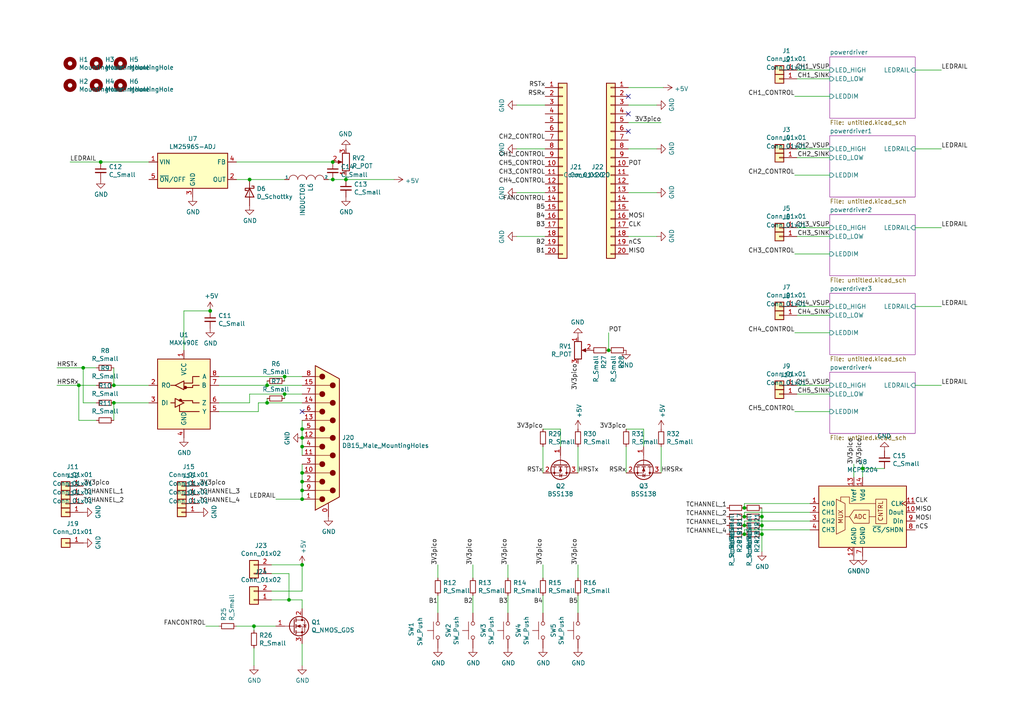
<source format=kicad_sch>
(kicad_sch (version 20201015) (generator eeschema)
  (paper "A4")
  (lib_symbols
    (symbol "Analog_ADC:MCP3204" (pin_names (offset 0.762))
      (property "Reference" "U" (at -5.08 10.795 0))
      (property "Value" "MCP3204" (at -5.08 8.89 0))
      (symbol "MCP3204_0_0"
        (text "ADC" (at -0.635 -1.27 0) (effects (font (size 1.27 1.27))))
        (text "CNTRL" (at 5.969 -2.667 900) (effects (font (size 1.27 1.27)) (justify left bottom)))
        (text "MUX" (at -6.35 -1.27 900) (effects (font (size 1.27 1.27))))
      )
      (symbol "MCP3204_1_1"
        (pin input line (at -15.24 2.54 0) (length 2.54) (name "CH0") (number "1"))
        (pin output line (at 15.24 0 180) (length 2.54) (name "Dout") (number "10"))
        (pin input clock (at 15.24 2.54 180) (length 2.54) (name "CLK") (number "11"))
        (pin power_in line (at -2.54 -12.7 90) (length 2.54) (name "AGND") (number "12"))
        (pin power_in line (at -2.54 10.16 270) (length 2.54) (name "Vref") (number "13"))
        (pin power_in line (at 0 10.16 270) (length 2.54) (name "Vdd") (number "14"))
        (pin input line (at -15.24 0 0) (length 2.54) (name "CH1") (number "2"))
        (pin input line (at -15.24 -2.54 0) (length 2.54) (name "CH2") (number "3"))
        (pin input line (at -15.24 -5.08 0) (length 2.54) (name "CH3") (number "4"))
        (pin unconnected line (at -10.16 -12.7 90) (length 2.54) hide (name "NC") (number "5"))
        (pin unconnected line (at -7.62 -12.7 90) (length 2.54) hide (name "NC") (number "6"))
        (pin power_in line (at 0 -12.7 90) (length 2.54) (name "DGND") (number "7"))
        (pin input line (at 15.24 -5.08 180) (length 2.54) (name "~CS~/SHDN") (number "8"))
        (pin input line (at 15.24 -2.54 180) (length 2.54) (name "Din") (number "9"))
      )
    )
    (symbol "Connector:DB15_Male_MountingHoles" (pin_names (offset 1.016) hide)
      (property "Reference" "J" (at 0 24.13 0))
      (property "Value" "DB15_Male_MountingHoles" (at 0 22.225 0))
      (symbol "DB15_Male_MountingHoles_1_1"
        (pin passive line (at 0 -22.86 90) (length 3.81) (name "PAD") (number "0"))
        (pin passive line (at -7.62 -17.78 0) (length 3.81) (name "1") (number "1"))
        (pin passive line (at -7.62 -10.16 0) (length 3.81) (name "P10") (number "10"))
        (pin passive line (at -7.62 -5.08 0) (length 3.81) (name "P111") (number "11"))
        (pin passive line (at -7.62 0 0) (length 3.81) (name "P12") (number "12"))
        (pin passive line (at -7.62 5.08 0) (length 3.81) (name "P13") (number "13"))
        (pin passive line (at -7.62 10.16 0) (length 3.81) (name "P14") (number "14"))
        (pin passive line (at -7.62 15.24 0) (length 3.81) (name "P15") (number "15"))
        (pin passive line (at -7.62 -12.7 0) (length 3.81) (name "2") (number "2"))
        (pin passive line (at -7.62 -7.62 0) (length 3.81) (name "3") (number "3"))
        (pin passive line (at -7.62 -2.54 0) (length 3.81) (name "4") (number "4"))
        (pin passive line (at -7.62 2.54 0) (length 3.81) (name "5") (number "5"))
        (pin passive line (at -7.62 7.62 0) (length 3.81) (name "6") (number "6"))
        (pin passive line (at -7.62 12.7 0) (length 3.81) (name "7") (number "7"))
        (pin passive line (at -7.62 17.78 0) (length 3.81) (name "8") (number "8"))
        (pin passive line (at -7.62 -15.24 0) (length 3.81) (name "P9") (number "9"))
      )
    )
    (symbol "Connector_Generic:Conn_01x01" (pin_names (offset 1.016) hide)
      (property "Reference" "J" (at 0 2.54 0))
      (property "Value" "Conn_01x01" (at 0 -2.54 0))
      (symbol "Conn_01x01_1_1"
        (pin passive line (at -5.08 0 0) (length 3.81) (name "Pin_1") (number "1"))
      )
    )
    (symbol "Connector_Generic:Conn_01x02" (pin_names (offset 1.016) hide)
      (property "Reference" "J" (at 0 2.54 0))
      (property "Value" "Conn_01x02" (at 0 -5.08 0))
      (symbol "Conn_01x02_1_1"
        (pin passive line (at -5.08 0 0) (length 3.81) (name "Pin_1") (number "1"))
        (pin passive line (at -5.08 -2.54 0) (length 3.81) (name "Pin_2") (number "2"))
      )
    )
    (symbol "Connector_Generic:Conn_01x20" (pin_names (offset 1.016) hide)
      (property "Reference" "J" (at 0 25.4 0))
      (property "Value" "Conn_01x20" (at 0 -27.94 0))
      (symbol "Conn_01x20_1_1"
        (pin passive line (at -5.08 22.86 0) (length 3.81) (name "Pin_1") (number "1"))
        (pin passive line (at -5.08 0 0) (length 3.81) (name "Pin_10") (number "10"))
        (pin passive line (at -5.08 -2.54 0) (length 3.81) (name "Pin_11") (number "11"))
        (pin passive line (at -5.08 -5.08 0) (length 3.81) (name "Pin_12") (number "12"))
        (pin passive line (at -5.08 -7.62 0) (length 3.81) (name "Pin_13") (number "13"))
        (pin passive line (at -5.08 -10.16 0) (length 3.81) (name "Pin_14") (number "14"))
        (pin passive line (at -5.08 -12.7 0) (length 3.81) (name "Pin_15") (number "15"))
        (pin passive line (at -5.08 -15.24 0) (length 3.81) (name "Pin_16") (number "16"))
        (pin passive line (at -5.08 -17.78 0) (length 3.81) (name "Pin_17") (number "17"))
        (pin passive line (at -5.08 -20.32 0) (length 3.81) (name "Pin_18") (number "18"))
        (pin passive line (at -5.08 -22.86 0) (length 3.81) (name "Pin_19") (number "19"))
        (pin passive line (at -5.08 20.32 0) (length 3.81) (name "Pin_2") (number "2"))
        (pin passive line (at -5.08 -25.4 0) (length 3.81) (name "Pin_20") (number "20"))
        (pin passive line (at -5.08 17.78 0) (length 3.81) (name "Pin_3") (number "3"))
        (pin passive line (at -5.08 15.24 0) (length 3.81) (name "Pin_4") (number "4"))
        (pin passive line (at -5.08 12.7 0) (length 3.81) (name "Pin_5") (number "5"))
        (pin passive line (at -5.08 10.16 0) (length 3.81) (name "Pin_6") (number "6"))
        (pin passive line (at -5.08 7.62 0) (length 3.81) (name "Pin_7") (number "7"))
        (pin passive line (at -5.08 5.08 0) (length 3.81) (name "Pin_8") (number "8"))
        (pin passive line (at -5.08 2.54 0) (length 3.81) (name "Pin_9") (number "9"))
      )
    )
    (symbol "Device:C_Small" (pin_numbers hide) (pin_names (offset 0.254) hide)
      (property "Reference" "C" (at 0.254 1.778 0))
      (property "Value" "C_Small" (at 0.254 -2.032 0))
      (symbol "C_Small_1_1"
        (pin passive line (at 0 2.54 270) (length 2.032) (name "~") (number "1"))
        (pin passive line (at 0 -2.54 90) (length 2.032) (name "~") (number "2"))
      )
    )
    (symbol "Device:D_Schottky" (pin_numbers hide) (pin_names (offset 1.016) hide)
      (property "Reference" "D" (at 0 2.54 0))
      (property "Value" "D_Schottky" (at 0 -2.54 0))
      (symbol "D_Schottky_1_1"
        (pin passive line (at -3.81 0 0) (length 2.54) (name "K") (number "1"))
        (pin passive line (at 3.81 0 180) (length 2.54) (name "A") (number "2"))
      )
    )
    (symbol "Device:Q_NMOS_GDS" (pin_names (offset 0) hide)
      (property "Reference" "Q" (at 5.08 1.27 0))
      (property "Value" "Q_NMOS_GDS" (at 5.08 -1.27 0))
      (symbol "Q_NMOS_GDS_1_1"
        (pin input line (at -5.08 0 0) (length 2.54) (name "G") (number "1"))
        (pin passive line (at 2.54 5.08 270) (length 2.54) (name "D") (number "2"))
        (pin passive line (at 2.54 -5.08 90) (length 2.54) (name "S") (number "3"))
      )
    )
    (symbol "Device:R_POT" (pin_names (offset 1.016) hide)
      (property "Reference" "RV" (at -4.445 0 90))
      (property "Value" "R_POT" (at -2.54 0 90))
      (symbol "R_POT_1_1"
        (pin passive line (at 0 3.81 270) (length 1.27) (name "1") (number "1"))
        (pin passive line (at 3.81 0 180) (length 1.27) (name "2") (number "2"))
        (pin passive line (at 0 -3.81 90) (length 1.27) (name "3") (number "3"))
      )
    )
    (symbol "Device:R_Small" (pin_numbers hide) (pin_names (offset 0.254) hide)
      (property "Reference" "R" (at 0.762 0.508 0))
      (property "Value" "R_Small" (at 0.762 -1.016 0))
      (symbol "R_Small_1_1"
        (pin passive line (at 0 2.54 270) (length 0.762) (name "~") (number "1"))
        (pin passive line (at 0 -2.54 90) (length 0.762) (name "~") (number "2"))
      )
    )
    (symbol "Interface_UART:MAX490E" (pin_names (offset 1.016))
      (property "Reference" "U" (at -6.096 11.43 0))
      (property "Value" "MAX490E" (at 0.762 11.43 0))
      (symbol "MAX490E_1_1"
        (pin power_in line (at 0 12.7 270) (length 2.54) (name "VCC") (number "1"))
        (pin output line (at -10.16 2.54 0) (length 2.54) (name "RO") (number "2"))
        (pin input line (at -10.16 -2.54 0) (length 2.54) (name "DI") (number "3"))
        (pin power_in line (at 0 -12.7 90) (length 2.54) (name "GND") (number "4"))
        (pin output line (at 10.16 -5.08 180) (length 2.54) (name "Y") (number "5"))
        (pin output line (at 10.16 -2.54 180) (length 2.54) (name "Z") (number "6"))
        (pin input line (at 10.16 2.54 180) (length 2.54) (name "B") (number "7"))
        (pin input line (at 10.16 5.08 180) (length 2.54) (name "A") (number "8"))
      )
    )
    (symbol "Mechanical:MountingHole" (pin_names (offset 1.016))
      (property "Reference" "H" (at 0 5.08 0))
      (property "Value" "MountingHole" (at 0 3.175 0))
    )
    (symbol "Regulator_Switching:LM2596S-ADJ"
      (property "Reference" "U" (at -10.16 6.35 0))
      (property "Value" "LM2596S-ADJ" (at 0 6.35 0))
      (symbol "LM2596S-ADJ_1_1"
        (pin power_in line (at -12.7 2.54 0) (length 2.54) (name "VIN") (number "1"))
        (pin output line (at 12.7 -2.54 180) (length 2.54) (name "OUT") (number "2"))
        (pin power_in line (at 0 -7.62 90) (length 2.54) (name "GND") (number "3"))
        (pin input line (at 12.7 2.54 180) (length 2.54) (name "FB") (number "4"))
        (pin input line (at -12.7 -2.54 0) (length 2.54) (name "~ON~/OFF") (number "5"))
      )
    )
    (symbol "Switch:SW_Push" (pin_numbers hide) (pin_names (offset 1.016) hide)
      (property "Reference" "SW" (at 1.27 2.54 0))
      (property "Value" "SW_Push" (at 0 -1.524 0))
      (symbol "SW_Push_0_1"
        (pin passive line (at -5.08 0 0) (length 2.54) (name "1") (number "1"))
        (pin passive line (at 5.08 0 180) (length 2.54) (name "2") (number "2"))
      )
    )
    (symbol "Transistor_FET:BSS138" (pin_names hide)
      (property "Reference" "Q" (at 5.08 1.905 0))
      (property "Value" "BSS138" (at 5.08 0 0))
      (symbol "BSS138_1_1"
        (pin input line (at -5.08 0 0) (length 2.54) (name "G") (number "1"))
        (pin passive line (at 2.54 -5.08 90) (length 2.54) (name "S") (number "2"))
        (pin passive line (at 2.54 5.08 270) (length 2.54) (name "D") (number "3"))
      )
    )
    (symbol "power:+5V" (power) (pin_names (offset 0))
      (property "Value" "+5V" (at 0 3.556 0))
      (symbol "+5V_1_1"
        (pin power_in line (at 0 0 90) (length 0) hide (name "+5V") (number "1"))
      )
    )
    (symbol "power:GND" (power) (pin_names (offset 0))
      (property "Value" "GND" (at 0 -3.81 0))
      (symbol "GND_1_1"
        (pin power_in line (at 0 0 270) (length 0) hide (name "GND") (number "1"))
      )
    )
    (symbol "pspice:INDUCTOR" (pin_numbers hide) (pin_names (offset 0))
      (property "Reference" "L" (at 0 2.54 0))
      (property "Value" "INDUCTOR" (at 0 -1.27 0))
      (symbol "INDUCTOR_1_1"
        (pin input line (at -6.35 0 0) (length 1.27) (name "1") (number "1"))
        (pin input line (at 6.35 0 180) (length 1.27) (name "2") (number "2"))
      )
    )
  )
  (junction (at 22.86 111.76) (diameter 0.9144))
  (junction (at 24.13 106.68) (diameter 0.9144))
  (junction (at 29.21 46.99) (diameter 0.9144))
  (junction (at 33.02 111.76) (diameter 0.9144))
  (junction (at 33.02 116.84) (diameter 0.9144))
  (junction (at 60.96 90.17) (diameter 0.9144))
  (junction (at 72.39 52.07) (diameter 0.9144))
  (junction (at 73.66 181.61) (diameter 0.9144))
  (junction (at 77.47 111.76) (diameter 0.9144))
  (junction (at 77.47 116.84) (diameter 0.9144))
  (junction (at 82.55 109.22) (diameter 0.9144))
  (junction (at 82.55 114.3) (diameter 0.9144))
  (junction (at 83.82 173.99) (diameter 0.9144))
  (junction (at 87.63 124.46) (diameter 0.9144))
  (junction (at 87.63 127) (diameter 0.9144))
  (junction (at 87.63 129.54) (diameter 0.9144))
  (junction (at 87.63 137.16) (diameter 0.9144))
  (junction (at 87.63 139.7) (diameter 0.9144))
  (junction (at 87.63 142.24) (diameter 0.9144))
  (junction (at 87.63 144.78) (diameter 0.9144))
  (junction (at 87.63 163.83) (diameter 0.9144))
  (junction (at 96.52 46.99) (diameter 0.9144))
  (junction (at 96.52 52.07) (diameter 0.9144))
  (junction (at 100.33 52.07) (diameter 0.9144))
  (junction (at 176.53 101.6) (diameter 0.9144))
  (junction (at 215.9 147.32) (diameter 0.9144))
  (junction (at 215.9 149.86) (diameter 0.9144))
  (junction (at 215.9 152.4) (diameter 0.9144))
  (junction (at 215.9 154.94) (diameter 0.9144))
  (junction (at 220.98 149.86) (diameter 0.9144))
  (junction (at 220.98 152.4) (diameter 0.9144))
  (junction (at 220.98 154.94) (diameter 0.9144))
  (junction (at 250.19 135.89) (diameter 0.9144))
  (no_connect (at 182.245 38.1))
  (no_connect (at 182.245 27.94))
  (no_connect (at 182.245 33.02))
  (no_connect (at 87.63 119.38))
  (wire (pts (xy 16.51 106.68) (xy 24.13 106.68)))
  (wire (pts (xy 16.51 111.76) (xy 22.86 111.76)))
  (wire (pts (xy 20.32 46.99) (xy 29.21 46.99)))
  (wire (pts (xy 22.86 111.76) (xy 22.86 121.92)))
  (wire (pts (xy 22.86 121.92) (xy 27.94 121.92)))
  (wire (pts (xy 24.13 106.68) (xy 27.94 106.68)))
  (wire (pts (xy 24.13 116.84) (xy 24.13 106.68)))
  (wire (pts (xy 27.94 111.76) (xy 22.86 111.76)))
  (wire (pts (xy 27.94 116.84) (xy 24.13 116.84)))
  (wire (pts (xy 29.21 46.99) (xy 43.18 46.99)))
  (wire (pts (xy 33.02 111.76) (xy 33.02 106.68)))
  (wire (pts (xy 33.02 116.84) (xy 33.02 121.92)))
  (wire (pts (xy 43.18 111.76) (xy 33.02 111.76)))
  (wire (pts (xy 43.18 116.84) (xy 33.02 116.84)))
  (wire (pts (xy 53.34 90.17) (xy 53.34 101.6)))
  (wire (pts (xy 53.34 90.17) (xy 60.96 90.17)))
  (wire (pts (xy 59.69 181.61) (xy 63.5 181.61)))
  (wire (pts (xy 63.5 109.22) (xy 82.55 109.22)))
  (wire (pts (xy 63.5 111.76) (xy 77.47 111.76)))
  (wire (pts (xy 63.5 119.38) (xy 74.93 119.38)))
  (wire (pts (xy 68.58 46.99) (xy 96.52 46.99)))
  (wire (pts (xy 68.58 52.07) (xy 72.39 52.07)))
  (wire (pts (xy 68.58 181.61) (xy 73.66 181.61)))
  (wire (pts (xy 72.39 52.07) (xy 82.55 52.07)))
  (wire (pts (xy 72.39 114.3) (xy 72.39 116.84)))
  (wire (pts (xy 72.39 116.84) (xy 63.5 116.84)))
  (wire (pts (xy 73.66 181.61) (xy 73.66 182.88)))
  (wire (pts (xy 73.66 181.61) (xy 80.01 181.61)))
  (wire (pts (xy 73.66 187.96) (xy 73.66 193.04)))
  (wire (pts (xy 74.93 116.84) (xy 77.47 116.84)))
  (wire (pts (xy 74.93 119.38) (xy 74.93 116.84)))
  (wire (pts (xy 77.47 110.49) (xy 77.47 111.76)))
  (wire (pts (xy 77.47 111.76) (xy 87.63 111.76)))
  (wire (pts (xy 77.47 115.57) (xy 77.47 116.84)))
  (wire (pts (xy 77.47 116.84) (xy 87.63 116.84)))
  (wire (pts (xy 78.74 163.83) (xy 87.63 163.83)))
  (wire (pts (xy 78.74 166.37) (xy 83.82 166.37)))
  (wire (pts (xy 80.01 144.78) (xy 87.63 144.78)))
  (wire (pts (xy 82.55 109.22) (xy 82.55 110.49)))
  (wire (pts (xy 82.55 109.22) (xy 87.63 109.22)))
  (wire (pts (xy 82.55 114.3) (xy 72.39 114.3)))
  (wire (pts (xy 82.55 114.3) (xy 82.55 115.57)))
  (wire (pts (xy 83.82 166.37) (xy 83.82 173.99)))
  (wire (pts (xy 83.82 173.99) (xy 78.74 173.99)))
  (wire (pts (xy 83.82 173.99) (xy 87.63 173.99)))
  (wire (pts (xy 87.63 114.3) (xy 82.55 114.3)))
  (wire (pts (xy 87.63 121.92) (xy 87.63 124.46)))
  (wire (pts (xy 87.63 124.46) (xy 87.63 127)))
  (wire (pts (xy 87.63 127) (xy 87.63 129.54)))
  (wire (pts (xy 87.63 129.54) (xy 87.63 132.08)))
  (wire (pts (xy 87.63 134.62) (xy 87.63 137.16)))
  (wire (pts (xy 87.63 137.16) (xy 87.63 139.7)))
  (wire (pts (xy 87.63 139.7) (xy 87.63 142.24)))
  (wire (pts (xy 87.63 142.24) (xy 87.63 144.78)))
  (wire (pts (xy 87.63 163.83) (xy 87.63 171.45)))
  (wire (pts (xy 87.63 171.45) (xy 78.74 171.45)))
  (wire (pts (xy 87.63 173.99) (xy 87.63 176.53)))
  (wire (pts (xy 87.63 186.69) (xy 87.63 193.04)))
  (wire (pts (xy 95.25 52.07) (xy 96.52 52.07)))
  (wire (pts (xy 96.52 52.07) (xy 100.33 52.07)))
  (wire (pts (xy 100.33 50.8) (xy 100.33 52.07)))
  (wire (pts (xy 100.33 52.07) (xy 114.3 52.07)))
  (wire (pts (xy 127 163.83) (xy 127 167.64)))
  (wire (pts (xy 127 172.72) (xy 127 177.8)))
  (wire (pts (xy 137.16 163.83) (xy 137.16 167.64)))
  (wire (pts (xy 137.16 172.72) (xy 137.16 177.8)))
  (wire (pts (xy 147.32 163.83) (xy 147.32 167.64)))
  (wire (pts (xy 147.32 172.72) (xy 147.32 177.8)))
  (wire (pts (xy 149.86 30.48) (xy 158.115 30.48)))
  (wire (pts (xy 149.86 43.18) (xy 158.115 43.18)))
  (wire (pts (xy 149.86 55.88) (xy 158.115 55.88)))
  (wire (pts (xy 149.86 68.58) (xy 158.115 68.58)))
  (wire (pts (xy 157.48 124.46) (xy 162.56 124.46)))
  (wire (pts (xy 157.48 129.54) (xy 157.48 137.16)))
  (wire (pts (xy 157.48 163.83) (xy 157.48 167.64)))
  (wire (pts (xy 157.48 172.72) (xy 157.48 177.8)))
  (wire (pts (xy 162.56 129.54) (xy 162.56 124.46)))
  (wire (pts (xy 167.64 129.54) (xy 167.64 137.16)))
  (wire (pts (xy 167.64 163.83) (xy 167.64 167.64)))
  (wire (pts (xy 167.64 172.72) (xy 167.64 177.8)))
  (wire (pts (xy 176.53 96.52) (xy 176.53 101.6)))
  (wire (pts (xy 181.61 124.46) (xy 186.69 124.46)))
  (wire (pts (xy 181.61 129.54) (xy 181.61 137.16)))
  (wire (pts (xy 182.245 25.4) (xy 192.405 25.4)))
  (wire (pts (xy 182.245 35.56) (xy 191.77 35.56)))
  (wire (pts (xy 186.69 124.46) (xy 186.69 129.54)))
  (wire (pts (xy 190.5 30.48) (xy 182.245 30.48)))
  (wire (pts (xy 190.5 43.18) (xy 182.245 43.18)))
  (wire (pts (xy 190.5 55.88) (xy 182.245 55.88)))
  (wire (pts (xy 190.5 68.58) (xy 182.245 68.58)))
  (wire (pts (xy 191.77 129.54) (xy 191.77 137.16)))
  (wire (pts (xy 215.9 146.05) (xy 215.9 147.32)))
  (wire (pts (xy 215.9 148.59) (xy 215.9 149.86)))
  (wire (pts (xy 215.9 151.13) (xy 234.95 151.13)))
  (wire (pts (xy 215.9 152.4) (xy 215.9 151.13)))
  (wire (pts (xy 215.9 153.67) (xy 215.9 154.94)))
  (wire (pts (xy 220.98 147.32) (xy 220.98 149.86)))
  (wire (pts (xy 220.98 149.86) (xy 220.98 152.4)))
  (wire (pts (xy 220.98 152.4) (xy 220.98 154.94)))
  (wire (pts (xy 220.98 154.94) (xy 220.98 160.02)))
  (wire (pts (xy 230.505 27.94) (xy 240.665 27.94)))
  (wire (pts (xy 230.505 50.8) (xy 240.665 50.8)))
  (wire (pts (xy 230.505 73.66) (xy 240.665 73.66)))
  (wire (pts (xy 230.505 96.52) (xy 240.665 96.52)))
  (wire (pts (xy 230.505 119.38) (xy 240.665 119.38)))
  (wire (pts (xy 231.14 20.32) (xy 240.665 20.32)))
  (wire (pts (xy 231.14 22.86) (xy 240.665 22.86)))
  (wire (pts (xy 231.14 43.18) (xy 240.665 43.18)))
  (wire (pts (xy 231.14 45.72) (xy 240.665 45.72)))
  (wire (pts (xy 231.14 66.04) (xy 240.665 66.04)))
  (wire (pts (xy 231.14 68.58) (xy 240.665 68.58)))
  (wire (pts (xy 231.14 88.9) (xy 240.665 88.9)))
  (wire (pts (xy 231.14 91.44) (xy 240.665 91.44)))
  (wire (pts (xy 231.14 111.76) (xy 240.665 111.76)))
  (wire (pts (xy 231.14 114.3) (xy 240.665 114.3)))
  (wire (pts (xy 234.95 146.05) (xy 215.9 146.05)))
  (wire (pts (xy 234.95 148.59) (xy 215.9 148.59)))
  (wire (pts (xy 234.95 153.67) (xy 215.9 153.67)))
  (wire (pts (xy 247.65 134.62) (xy 247.65 138.43)))
  (wire (pts (xy 250.19 134.62) (xy 250.19 135.89)))
  (wire (pts (xy 250.19 135.89) (xy 250.19 138.43)))
  (wire (pts (xy 250.19 135.89) (xy 256.54 135.89)))
  (wire (pts (xy 273.05 20.32) (xy 265.43 20.32)))
  (wire (pts (xy 273.05 43.18) (xy 265.43 43.18)))
  (wire (pts (xy 273.05 66.04) (xy 265.43 66.04)))
  (wire (pts (xy 273.05 88.9) (xy 265.43 88.9)))
  (wire (pts (xy 273.05 111.76) (xy 265.43 111.76)))
  (label "HRSTx" (at 16.51 106.68 0))
  (label "HRSRx" (at 16.51 111.76 0))
  (label "LEDRAIL" (at 20.32 46.99 0))
  (label "3V3pico" (at 24.13 140.97 0))
  (label "TCHANNEL_1" (at 24.13 143.51 0))
  (label "TCHANNEL_2" (at 24.13 146.05 0))
  (label "3V3pico" (at 57.785 140.97 0))
  (label "TCHANNEL_3" (at 57.785 143.51 0))
  (label "TCHANNEL_4" (at 57.785 146.05 0))
  (label "FANCONTROL" (at 59.69 181.61 180))
  (label "LEDRAIL" (at 80.01 144.78 180))
  (label "3V3pico" (at 127 163.83 90))
  (label "B1" (at 127 175.26 180))
  (label "3V3pico" (at 137.16 163.83 90))
  (label "B2" (at 137.16 175.26 180))
  (label "3V3pico" (at 147.32 163.83 90))
  (label "B3" (at 147.32 175.26 180))
  (label "3V3pico" (at 157.48 124.46 180))
  (label "RSTx" (at 157.48 137.16 180))
  (label "3V3pico" (at 157.48 163.83 90))
  (label "B4" (at 157.48 175.26 180))
  (label "RSTx" (at 158.115 25.4 180))
  (label "RSRx" (at 158.115 27.94 180))
  (label "CH2_CONTROL" (at 158.115 40.64 180))
  (label "CH1_CONTROL" (at 158.115 45.72 180))
  (label "CH5_CONTROL" (at 158.115 48.26 180))
  (label "CH3_CONTROL" (at 158.115 50.8 180))
  (label "CH4_CONTROL" (at 158.115 53.34 180))
  (label "FANCONTROL" (at 158.115 58.42 180))
  (label "B5" (at 158.115 60.96 180))
  (label "B4" (at 158.115 63.5 180))
  (label "B3" (at 158.115 66.04 180))
  (label "B2" (at 158.115 71.12 180))
  (label "B1" (at 158.115 73.66 180))
  (label "3V3pico" (at 167.64 105.41 270))
  (label "HRSTx" (at 167.64 137.16 0))
  (label "3V3pico" (at 167.64 163.83 90))
  (label "B5" (at 167.64 175.26 180))
  (label "POT" (at 176.53 96.52 0))
  (label "3V3pico" (at 181.61 124.46 180))
  (label "RSRx" (at 181.61 137.16 180))
  (label "POT" (at 182.245 48.26 0))
  (label "MOSI" (at 182.245 63.5 0))
  (label "CLK" (at 182.245 66.04 0))
  (label "nCS" (at 182.245 71.12 0))
  (label "MISO" (at 182.245 73.66 0))
  (label "3V3pico" (at 191.77 35.56 180))
  (label "HRSRx" (at 191.77 137.16 0))
  (label "TCHANNEL_1" (at 210.82 147.32 180))
  (label "TCHANNEL_2" (at 210.82 149.86 180))
  (label "TCHANNEL_3" (at 210.82 152.4 180))
  (label "TCHANNEL_4" (at 210.82 154.94 180))
  (label "CH1_CONTROL" (at 230.505 27.94 180))
  (label "CH2_CONTROL" (at 230.505 50.8 180))
  (label "CH3_CONTROL" (at 230.505 73.66 180))
  (label "CH4_CONTROL" (at 230.505 96.52 180))
  (label "CH5_CONTROL" (at 230.505 119.38 180))
  (label "CH1_VSUP" (at 240.665 20.32 180))
  (label "CH1_SINK" (at 240.665 22.86 180))
  (label "CH2_VSUP" (at 240.665 43.18 180))
  (label "CH2_SINK" (at 240.665 45.72 180))
  (label "CH3_VSUP" (at 240.665 66.04 180))
  (label "CH3_SINK" (at 240.665 68.58 180))
  (label "CH4_VSUP" (at 240.665 88.9 180))
  (label "CH4_SINK" (at 240.665 91.44 180))
  (label "CH5_VSUP" (at 240.665 111.76 180))
  (label "CH5_SINK" (at 240.665 114.3 180))
  (label "3V3pico" (at 247.65 134.62 90))
  (label "3V3pico" (at 250.19 134.62 90))
  (label "CLK" (at 265.43 146.05 0))
  (label "MISO" (at 265.43 148.59 0))
  (label "MOSI" (at 265.43 151.13 0))
  (label "nCS" (at 265.43 153.67 0))
  (label "LEDRAIL" (at 273.05 20.32 0))
  (label "LEDRAIL" (at 273.05 43.18 0))
  (label "LEDRAIL" (at 273.05 66.04 0))
  (label "LEDRAIL" (at 273.05 88.9 0))
  (label "LEDRAIL" (at 273.05 111.76 0))
  (symbol (lib_id "power:+5V") (at 60.96 90.17 0) (unit 1)
    (property "Reference" "#PWR0111" (effects hide))
    (property "Value" "+5V" (at 61.3283 85.8456 0))
  )
  (symbol (lib_id "power:+5V") (at 87.63 163.83 0) (unit 1)
    (property "Reference" "#PWR0129" (effects hide))
    (property "Value" "+5V" (at 87.9983 160.6549 90) (effects (justify left)))
  )
  (symbol (lib_id "power:+5V") (at 114.3 52.07 270) (unit 1)
    (property "Reference" "#PWR0123" (effects hide))
    (property "Value" "+5V" (at 117.4751 52.4383 90) (effects (justify left)))
  )
  (symbol (lib_id "power:+5V") (at 167.64 124.46 0) (unit 1)
    (property "Reference" "#PWR0144" (effects hide))
    (property "Value" "+5V" (at 168.0083 121.2849 90) (effects (justify left)))
  )
  (symbol (lib_id "power:+5V") (at 191.77 124.46 0) (unit 1)
    (property "Reference" "#PWR0143" (effects hide))
    (property "Value" "+5V" (at 192.1383 121.2849 90) (effects (justify left)))
  )
  (symbol (lib_id "power:+5V") (at 192.405 25.4 270) (unit 1)
    (property "Reference" "#PWR0117" (effects hide))
    (property "Value" "+5V" (at 195.5801 25.7683 90) (effects (justify left)))
  )
  (symbol (lib_id "power:GND") (at 24.13 148.59 90) (unit 1)
    (property "Reference" "#PWR0103" (effects hide))
    (property "Value" "GND" (at 28.4544 148.4757 0))
  )
  (symbol (lib_id "power:GND") (at 24.13 157.48 90) (unit 1)
    (property "Reference" "#PWR0101" (effects hide))
    (property "Value" "GND" (at 28.4544 157.3657 0))
  )
  (symbol (lib_id "power:GND") (at 29.21 52.07 0) (unit 1)
    (property "Reference" "#PWR0126" (effects hide))
    (property "Value" "GND" (at 29.3243 56.3944 0))
  )
  (symbol (lib_id "power:GND") (at 53.34 127 0) (unit 1)
    (property "Reference" "#PWR0110" (effects hide))
    (property "Value" "GND" (at 53.4543 131.3244 0))
  )
  (symbol (lib_id "power:GND") (at 55.88 57.15 0) (unit 1)
    (property "Reference" "#PWR0125" (effects hide))
    (property "Value" "GND" (at 55.9943 61.4744 0))
  )
  (symbol (lib_id "power:GND") (at 57.785 148.59 90) (unit 1)
    (property "Reference" "#PWR0104" (effects hide))
    (property "Value" "GND" (at 62.1094 148.4757 0))
  )
  (symbol (lib_id "power:GND") (at 60.96 95.25 0) (unit 1)
    (property "Reference" "#PWR0112" (effects hide))
    (property "Value" "GND" (at 61.0743 99.5744 0))
  )
  (symbol (lib_id "power:GND") (at 72.39 59.69 0) (unit 1)
    (property "Reference" "#PWR0118" (effects hide))
    (property "Value" "GND" (at 72.5043 64.0144 0))
  )
  (symbol (lib_id "power:GND") (at 73.66 193.04 0) (unit 1)
    (property "Reference" "#PWR0140" (effects hide))
    (property "Value" "GND" (at 73.7743 197.3644 0))
  )
  (symbol (lib_id "power:GND") (at 87.63 127 270) (unit 1)
    (property "Reference" "#PWR0130" (effects hide))
    (property "Value" "GND" (at 83.3056 127.1143 0))
  )
  (symbol (lib_id "power:GND") (at 87.63 193.04 0) (unit 1)
    (property "Reference" "#PWR0128" (effects hide))
    (property "Value" "GND" (at 87.7443 197.3644 0))
  )
  (symbol (lib_id "power:GND") (at 95.25 149.86 0) (unit 1)
    (property "Reference" "#PWR0102" (effects hide))
    (property "Value" "GND" (at 95.3643 154.1844 0))
  )
  (symbol (lib_id "power:GND") (at 100.33 43.18 180) (unit 1)
    (property "Reference" "#PWR0127" (effects hide))
    (property "Value" "GND" (at 100.2157 38.8556 0))
  )
  (symbol (lib_id "power:GND") (at 100.33 57.15 0) (unit 1)
    (property "Reference" "#PWR0124" (effects hide))
    (property "Value" "GND" (at 100.4443 61.4744 0))
  )
  (symbol (lib_id "power:GND") (at 127 187.96 0) (unit 1)
    (property "Reference" "#PWR0132" (effects hide))
    (property "Value" "GND" (at 127.1143 192.2844 0))
  )
  (symbol (lib_id "power:GND") (at 137.16 187.96 0) (unit 1)
    (property "Reference" "#PWR0131" (effects hide))
    (property "Value" "GND" (at 137.2743 192.2844 0))
  )
  (symbol (lib_id "power:GND") (at 147.32 187.96 0) (unit 1)
    (property "Reference" "#PWR0135" (effects hide))
    (property "Value" "GND" (at 147.4343 192.2844 0))
  )
  (symbol (lib_id "power:GND") (at 149.86 30.48 270) (unit 1)
    (property "Reference" "#PWR0116" (effects hide))
    (property "Value" "GND" (at 145.5356 30.5943 0))
  )
  (symbol (lib_id "power:GND") (at 149.86 43.18 270) (unit 1)
    (property "Reference" "#PWR0114" (effects hide))
    (property "Value" "GND" (at 145.5356 43.2943 0))
  )
  (symbol (lib_id "power:GND") (at 149.86 55.88 270) (unit 1)
    (property "Reference" "#PWR0115" (effects hide))
    (property "Value" "GND" (at 145.5356 55.9943 0))
  )
  (symbol (lib_id "power:GND") (at 149.86 68.58 270) (unit 1)
    (property "Reference" "#PWR0122" (effects hide))
    (property "Value" "GND" (at 145.5356 68.6943 0))
  )
  (symbol (lib_id "power:GND") (at 157.48 187.96 0) (unit 1)
    (property "Reference" "#PWR0133" (effects hide))
    (property "Value" "GND" (at 157.5943 192.2844 0))
  )
  (symbol (lib_id "power:GND") (at 167.64 97.79 180) (unit 1)
    (property "Reference" "#PWR0142" (effects hide))
    (property "Value" "GND" (at 167.5257 93.4656 0))
  )
  (symbol (lib_id "power:GND") (at 167.64 187.96 0) (unit 1)
    (property "Reference" "#PWR0134" (effects hide))
    (property "Value" "GND" (at 167.7543 192.2844 0))
  )
  (symbol (lib_id "power:GND") (at 181.61 101.6 0) (unit 1)
    (property "Reference" "#PWR0141" (effects hide))
    (property "Value" "GND" (at 181.7243 105.9244 0))
  )
  (symbol (lib_id "power:GND") (at 190.5 30.48 90) (unit 1)
    (property "Reference" "#PWR0113" (effects hide))
    (property "Value" "GND" (at 194.8244 30.3657 0))
  )
  (symbol (lib_id "power:GND") (at 190.5 43.18 90) (unit 1)
    (property "Reference" "#PWR0119" (effects hide))
    (property "Value" "GND" (at 194.8244 43.0657 0))
  )
  (symbol (lib_id "power:GND") (at 190.5 55.88 90) (unit 1)
    (property "Reference" "#PWR0120" (effects hide))
    (property "Value" "GND" (at 194.8244 55.7657 0))
  )
  (symbol (lib_id "power:GND") (at 190.5 68.58 90) (unit 1)
    (property "Reference" "#PWR0121" (effects hide))
    (property "Value" "GND" (at 194.8244 68.4657 0))
  )
  (symbol (lib_id "power:GND") (at 220.98 160.02 0) (unit 1)
    (property "Reference" "#PWR0138" (effects hide))
    (property "Value" "GND" (at 221.0943 164.3444 0))
  )
  (symbol (lib_id "power:GND") (at 247.65 161.29 0) (unit 1)
    (property "Reference" "#PWR0136" (effects hide))
    (property "Value" "GND" (at 247.7643 165.6144 0))
  )
  (symbol (lib_id "power:GND") (at 250.19 161.29 0) (unit 1)
    (property "Reference" "#PWR0137" (effects hide))
    (property "Value" "GND" (at 250.3043 165.6144 0))
  )
  (symbol (lib_id "power:GND") (at 256.54 130.81 180) (unit 1)
    (property "Reference" "#PWR0139" (effects hide))
    (property "Value" "GND" (at 256.4257 126.4856 0))
  )
  (symbol (lib_id "Device:R_Small") (at 30.48 106.68 270) (unit 1)
    (property "Reference" "R8" (at 30.48 101.7332 90))
    (property "Value" "R_Small" (at 30.48 104.0319 90))
    (property "Footprint" "Resistor_SMD:R_0603_1608Metric_Pad0.98x0.95mm_HandSolder" (effects hide))
  )
  (symbol (lib_id "Device:R_Small") (at 30.48 111.76 270) (unit 1)
    (property "Reference" "R9" (at 30.48 106.8132 90))
    (property "Value" "R_Small" (at 30.48 109.1119 90))
    (property "Footprint" "Resistor_SMD:R_0603_1608Metric_Pad0.98x0.95mm_HandSolder" (effects hide))
  )
  (symbol (lib_id "Device:R_Small") (at 30.48 116.84 270) (unit 1)
    (property "Reference" "R10" (at 30.48 111.8932 90))
    (property "Value" "R_Small" (at 30.48 114.1919 90))
    (property "Footprint" "Resistor_SMD:R_0603_1608Metric_Pad0.98x0.95mm_HandSolder" (effects hide))
  )
  (symbol (lib_id "Device:R_Small") (at 30.48 121.92 270) (unit 1)
    (property "Reference" "R11" (at 30.48 116.9732 90))
    (property "Value" "R_Small" (at 30.48 119.2719 90))
    (property "Footprint" "Resistor_SMD:R_0603_1608Metric_Pad0.98x0.95mm_HandSolder" (effects hide))
  )
  (symbol (lib_id "Device:R_Small") (at 66.04 181.61 270) (unit 1)
    (property "Reference" "R25" (at 64.8906 180.1113 0) (effects (justify right)))
    (property "Value" "R_Small" (at 67.1893 180.1113 0) (effects (justify right)))
    (property "Footprint" "Resistor_SMD:R_0603_1608Metric_Pad0.98x0.95mm_HandSolder" (effects hide))
  )
  (symbol (lib_id "Device:R_Small") (at 73.66 185.42 180) (unit 1)
    (property "Reference" "R26" (at 75.1587 184.2706 0) (effects (justify right)))
    (property "Value" "R_Small" (at 75.1587 186.5693 0) (effects (justify right)))
    (property "Footprint" "Resistor_SMD:R_0603_1608Metric_Pad0.98x0.95mm_HandSolder" (effects hide))
  )
  (symbol (lib_id "Device:R_Small") (at 80.01 110.49 90) (unit 1)
    (property "Reference" "R6" (at 80.01 105.5432 90))
    (property "Value" "R_Small" (at 80.01 107.8419 90))
    (property "Footprint" "Resistor_SMD:R_0603_1608Metric" (effects hide))
  )
  (symbol (lib_id "Device:R_Small") (at 80.01 115.57 90) (unit 1)
    (property "Reference" "R7" (at 80.01 110.6232 90))
    (property "Value" "R_Small" (at 80.01 112.9219 90))
    (property "Footprint" "Resistor_SMD:R_0603_1608Metric" (effects hide))
  )
  (symbol (lib_id "Device:R_Small") (at 127 170.18 0) (unit 1)
    (property "Reference" "R12" (at 128.4987 169.0306 0) (effects (justify left)))
    (property "Value" "R_Small" (at 128.4987 171.3293 0) (effects (justify left)))
    (property "Footprint" "Resistor_SMD:R_0603_1608Metric_Pad0.98x0.95mm_HandSolder" (effects hide))
  )
  (symbol (lib_id "Device:R_Small") (at 137.16 170.18 0) (unit 1)
    (property "Reference" "R13" (at 138.6587 169.0306 0) (effects (justify left)))
    (property "Value" "R_Small" (at 138.6587 171.3293 0) (effects (justify left)))
    (property "Footprint" "Resistor_SMD:R_0603_1608Metric_Pad0.98x0.95mm_HandSolder" (effects hide))
  )
  (symbol (lib_id "Device:R_Small") (at 147.32 170.18 0) (unit 1)
    (property "Reference" "R14" (at 148.8187 169.0306 0) (effects (justify left)))
    (property "Value" "R_Small" (at 148.8187 171.3293 0) (effects (justify left)))
    (property "Footprint" "Resistor_SMD:R_0603_1608Metric_Pad0.98x0.95mm_HandSolder" (effects hide))
  )
  (symbol (lib_id "Device:R_Small") (at 157.48 127 0) (unit 1)
    (property "Reference" "R29" (at 158.9787 125.8506 0) (effects (justify left)))
    (property "Value" "R_Small" (at 158.9787 128.1493 0) (effects (justify left)))
    (property "Footprint" "Resistor_SMD:R_0603_1608Metric_Pad0.98x0.95mm_HandSolder" (effects hide))
  )
  (symbol (lib_id "Device:R_Small") (at 157.48 170.18 0) (unit 1)
    (property "Reference" "R15" (at 158.9787 169.0306 0) (effects (justify left)))
    (property "Value" "R_Small" (at 158.9787 171.3293 0) (effects (justify left)))
    (property "Footprint" "Resistor_SMD:R_0603_1608Metric_Pad0.98x0.95mm_HandSolder" (effects hide))
  )
  (symbol (lib_id "Device:R_Small") (at 167.64 127 0) (unit 1)
    (property "Reference" "R30" (at 169.1387 125.8506 0) (effects (justify left)))
    (property "Value" "R_Small" (at 169.1387 128.1493 0) (effects (justify left)))
    (property "Footprint" "Resistor_SMD:R_0603_1608Metric_Pad0.98x0.95mm_HandSolder" (effects hide))
  )
  (symbol (lib_id "Device:R_Small") (at 167.64 170.18 0) (unit 1)
    (property "Reference" "R16" (at 169.1387 169.0306 0) (effects (justify left)))
    (property "Value" "R_Small" (at 169.1387 171.3293 0) (effects (justify left)))
    (property "Footprint" "Resistor_SMD:R_0603_1608Metric_Pad0.98x0.95mm_HandSolder" (effects hide))
  )
  (symbol (lib_id "Device:R_Small") (at 173.99 101.6 270) (unit 1)
    (property "Reference" "R27" (at 175.1394 103.0987 0) (effects (justify left)))
    (property "Value" "R_Small" (at 172.8407 103.0987 0) (effects (justify left)))
    (property "Footprint" "Resistor_SMD:R_0603_1608Metric_Pad0.98x0.95mm_HandSolder" (effects hide))
  )
  (symbol (lib_id "Device:R_Small") (at 179.07 101.6 270) (unit 1)
    (property "Reference" "R28" (at 180.2194 103.0987 0) (effects (justify left)))
    (property "Value" "R_Small" (at 177.9207 103.0987 0) (effects (justify left)))
    (property "Footprint" "Resistor_SMD:R_0603_1608Metric_Pad0.98x0.95mm_HandSolder" (effects hide))
  )
  (symbol (lib_id "Device:R_Small") (at 181.61 127 0) (unit 1)
    (property "Reference" "R31" (at 183.1087 125.8506 0) (effects (justify left)))
    (property "Value" "R_Small" (at 183.1087 128.1493 0) (effects (justify left)))
    (property "Footprint" "Resistor_SMD:R_0603_1608Metric_Pad0.98x0.95mm_HandSolder" (effects hide))
  )
  (symbol (lib_id "Device:R_Small") (at 191.77 127 0) (unit 1)
    (property "Reference" "R32" (at 193.2687 125.8506 0) (effects (justify left)))
    (property "Value" "R_Small" (at 193.2687 128.1493 0) (effects (justify left)))
    (property "Footprint" "Resistor_SMD:R_0603_1608Metric_Pad0.98x0.95mm_HandSolder" (effects hide))
  )
  (symbol (lib_id "Device:R_Small") (at 213.36 147.32 270) (unit 1)
    (property "Reference" "R17" (at 214.5094 148.8187 0) (effects (justify left)))
    (property "Value" "R_Small" (at 212.2107 148.8187 0) (effects (justify left)))
    (property "Footprint" "Resistor_SMD:R_0603_1608Metric_Pad0.98x0.95mm_HandSolder" (effects hide))
  )
  (symbol (lib_id "Device:R_Small") (at 213.36 149.86 270) (unit 1)
    (property "Reference" "R18" (at 214.5094 151.3587 0) (effects (justify left)))
    (property "Value" "R_Small" (at 212.2107 151.3587 0) (effects (justify left)))
    (property "Footprint" "Resistor_SMD:R_0603_1608Metric_Pad0.98x0.95mm_HandSolder" (effects hide))
  )
  (symbol (lib_id "Device:R_Small") (at 213.36 152.4 270) (unit 1)
    (property "Reference" "R19" (at 214.5094 153.8987 0) (effects (justify left)))
    (property "Value" "R_Small" (at 212.2107 153.8987 0) (effects (justify left)))
    (property "Footprint" "Resistor_SMD:R_0603_1608Metric_Pad0.98x0.95mm_HandSolder" (effects hide))
  )
  (symbol (lib_id "Device:R_Small") (at 213.36 154.94 270) (unit 1)
    (property "Reference" "R20" (at 214.5094 156.4387 0) (effects (justify left)))
    (property "Value" "R_Small" (at 212.2107 156.4387 0) (effects (justify left)))
    (property "Footprint" "Resistor_SMD:R_0603_1608Metric_Pad0.98x0.95mm_HandSolder" (effects hide))
  )
  (symbol (lib_id "Device:R_Small") (at 218.44 147.32 270) (unit 1)
    (property "Reference" "R21" (at 219.5894 148.8187 0) (effects (justify left)))
    (property "Value" "R_Small" (at 217.2907 148.8187 0) (effects (justify left)))
    (property "Footprint" "Resistor_SMD:R_0603_1608Metric_Pad0.98x0.95mm_HandSolder" (effects hide))
  )
  (symbol (lib_id "Device:R_Small") (at 218.44 149.86 270) (unit 1)
    (property "Reference" "R22" (at 219.5894 151.3587 0) (effects (justify left)))
    (property "Value" "R_Small" (at 217.2907 151.3587 0) (effects (justify left)))
    (property "Footprint" "Resistor_SMD:R_0603_1608Metric_Pad0.98x0.95mm_HandSolder" (effects hide))
  )
  (symbol (lib_id "Device:R_Small") (at 218.44 152.4 270) (unit 1)
    (property "Reference" "R23" (at 219.5894 153.8987 0) (effects (justify left)))
    (property "Value" "R_Small" (at 217.2907 153.8987 0) (effects (justify left)))
    (property "Footprint" "Resistor_SMD:R_0603_1608Metric_Pad0.98x0.95mm_HandSolder" (effects hide))
  )
  (symbol (lib_id "Device:R_Small") (at 218.44 154.94 270) (unit 1)
    (property "Reference" "R24" (at 219.5894 156.4387 0) (effects (justify left)))
    (property "Value" "R_Small" (at 217.2907 156.4387 0) (effects (justify left)))
    (property "Footprint" "Resistor_SMD:R_0603_1608Metric_Pad0.98x0.95mm_HandSolder" (effects hide))
  )
  (symbol (lib_id "Mechanical:MountingHole") (at 20.32 18.415 0) (unit 1)
    (property "Reference" "H1" (at 22.8601 17.2656 0) (effects (justify left)))
    (property "Value" "MountingHole" (at 22.8601 19.5643 0) (effects (justify left)))
    (property "Footprint" "MountingHole:MountingHole_3.5mm" (effects hide))
  )
  (symbol (lib_id "Mechanical:MountingHole") (at 20.32 24.765 0) (unit 1)
    (property "Reference" "H2" (at 22.8601 23.6156 0) (effects (justify left)))
    (property "Value" "MountingHole" (at 22.8601 25.9143 0) (effects (justify left)))
    (property "Footprint" "MountingHole:MountingHole_3.5mm" (effects hide))
  )
  (symbol (lib_id "Mechanical:MountingHole") (at 27.94 18.415 0) (unit 1)
    (property "Reference" "H3" (at 30.4801 17.2656 0) (effects (justify left)))
    (property "Value" "MountingHole" (at 30.4801 19.5643 0) (effects (justify left)))
    (property "Footprint" "MountingHole:MountingHole_3.5mm" (effects hide))
  )
  (symbol (lib_id "Mechanical:MountingHole") (at 27.94 24.765 0) (unit 1)
    (property "Reference" "H4" (at 30.4801 23.6156 0) (effects (justify left)))
    (property "Value" "MountingHole" (at 30.4801 25.9143 0) (effects (justify left)))
    (property "Footprint" "MountingHole:MountingHole_3.5mm" (effects hide))
  )
  (symbol (lib_id "Mechanical:MountingHole") (at 34.925 18.415 0) (unit 1)
    (property "Reference" "H5" (at 37.4651 17.2656 0) (effects (justify left)))
    (property "Value" "MountingHole" (at 37.4651 19.5643 0) (effects (justify left)))
    (property "Footprint" "MountingHole:MountingHole_3.5mm" (effects hide))
  )
  (symbol (lib_id "Mechanical:MountingHole") (at 34.925 24.765 0) (unit 1)
    (property "Reference" "H6" (at 37.4651 23.6156 0) (effects (justify left)))
    (property "Value" "MountingHole" (at 37.4651 25.9143 0) (effects (justify left)))
    (property "Footprint" "MountingHole:MountingHole_3.5mm" (effects hide))
  )
  (symbol (lib_id "Device:C_Small") (at 29.21 49.53 0) (unit 1)
    (property "Reference" "C12" (at 31.5342 48.3806 0) (effects (justify left)))
    (property "Value" "C_Small" (at 31.5342 50.6793 0) (effects (justify left)))
    (property "Footprint" "Capacitor_SMD:C_1206_3216Metric_Pad1.33x1.80mm_HandSolder" (effects hide))
  )
  (symbol (lib_id "Device:C_Small") (at 60.96 92.71 0) (unit 1)
    (property "Reference" "C11" (at 63.2842 91.5606 0) (effects (justify left)))
    (property "Value" "C_Small" (at 63.2842 93.8593 0) (effects (justify left)))
    (property "Footprint" "Capacitor_SMD:C_1206_3216Metric_Pad1.33x1.80mm_HandSolder" (effects hide))
  )
  (symbol (lib_id "Device:C_Small") (at 96.52 49.53 0) (unit 1)
    (property "Reference" "C14" (at 98.8442 48.3806 0) (effects (justify left)))
    (property "Value" "C_Small" (at 98.8442 50.6793 0) (effects (justify left)))
    (property "Footprint" "Capacitor_SMD:C_0603_1608Metric_Pad1.08x0.95mm_HandSolder" (effects hide))
  )
  (symbol (lib_id "Device:C_Small") (at 100.33 54.61 0) (unit 1)
    (property "Reference" "C13" (at 102.6542 53.4606 0) (effects (justify left)))
    (property "Value" "C_Small" (at 102.6542 55.7593 0) (effects (justify left)))
    (property "Footprint" "Capacitor_SMD:C_1206_3216Metric_Pad1.33x1.80mm_HandSolder" (effects hide))
  )
  (symbol (lib_id "Device:C_Small") (at 256.54 133.35 0) (unit 1)
    (property "Reference" "C15" (at 258.8642 132.2006 0) (effects (justify left)))
    (property "Value" "C_Small" (at 258.8642 134.4993 0) (effects (justify left)))
    (property "Footprint" "Capacitor_SMD:C_0603_1608Metric_Pad1.08x0.95mm_HandSolder" (effects hide))
  )
  (symbol (lib_id "Connector_Generic:Conn_01x01") (at 19.05 140.97 180) (unit 1)
    (property "Reference" "J11" (at 21.082 135.3882 0))
    (property "Value" "Conn_01x01" (at 21.082 137.6869 0))
    (property "Footprint" "TestPoint:TestPoint_Pad_D3.0mm" (effects hide))
  )
  (symbol (lib_id "Connector_Generic:Conn_01x01") (at 19.05 143.51 180) (unit 1)
    (property "Reference" "J12" (at 21.082 137.9282 0))
    (property "Value" "Conn_01x01" (at 21.082 140.2269 0))
    (property "Footprint" "TestPoint:TestPoint_Pad_D3.0mm" (effects hide))
  )
  (symbol (lib_id "Connector_Generic:Conn_01x01") (at 19.05 146.05 180) (unit 1)
    (property "Reference" "J13" (at 21.082 140.4682 0))
    (property "Value" "Conn_01x01" (at 21.082 142.7669 0))
    (property "Footprint" "TestPoint:TestPoint_Pad_D3.0mm" (effects hide))
  )
  (symbol (lib_id "Connector_Generic:Conn_01x01") (at 19.05 148.59 180) (unit 1)
    (property "Reference" "J14" (at 21.082 143.0082 0))
    (property "Value" "Conn_01x01" (at 21.082 145.3069 0))
    (property "Footprint" "TestPoint:TestPoint_Pad_D3.0mm" (effects hide))
  )
  (symbol (lib_id "Connector_Generic:Conn_01x01") (at 19.05 157.48 180) (unit 1)
    (property "Reference" "J19" (at 21.082 151.8982 0))
    (property "Value" "Conn_01x01" (at 21.082 154.1969 0))
    (property "Footprint" "TestPoint:TestPoint_Pad_D3.0mm" (effects hide))
  )
  (symbol (lib_id "Connector_Generic:Conn_01x01") (at 52.705 140.97 180) (unit 1)
    (property "Reference" "J15" (at 54.737 135.3882 0))
    (property "Value" "Conn_01x01" (at 54.737 137.6869 0))
    (property "Footprint" "TestPoint:TestPoint_Pad_D3.0mm" (effects hide))
  )
  (symbol (lib_id "Connector_Generic:Conn_01x01") (at 52.705 143.51 180) (unit 1)
    (property "Reference" "J16" (at 54.737 137.9282 0))
    (property "Value" "Conn_01x01" (at 54.737 140.2269 0))
    (property "Footprint" "TestPoint:TestPoint_Pad_D3.0mm" (effects hide))
  )
  (symbol (lib_id "Connector_Generic:Conn_01x01") (at 52.705 146.05 180) (unit 1)
    (property "Reference" "J17" (at 54.737 140.4682 0))
    (property "Value" "Conn_01x01" (at 54.737 142.7669 0))
    (property "Footprint" "TestPoint:TestPoint_Pad_D3.0mm" (effects hide))
  )
  (symbol (lib_id "Connector_Generic:Conn_01x01") (at 52.705 148.59 180) (unit 1)
    (property "Reference" "J18" (at 54.737 143.0082 0))
    (property "Value" "Conn_01x01" (at 54.737 145.3069 0))
    (property "Footprint" "TestPoint:TestPoint_Pad_D3.0mm" (effects hide))
  )
  (symbol (lib_id "Connector_Generic:Conn_01x01") (at 226.06 20.32 180) (unit 1)
    (property "Reference" "J1" (at 228.092 14.7382 0))
    (property "Value" "Conn_01x01" (at 228.092 17.0369 0))
    (property "Footprint" "TestPoint:TestPoint_Pad_D3.0mm" (effects hide))
  )
  (symbol (lib_id "Connector_Generic:Conn_01x01") (at 226.06 22.86 180) (unit 1)
    (property "Reference" "J2" (at 228.092 17.2782 0))
    (property "Value" "Conn_01x01" (at 228.092 19.5769 0))
    (property "Footprint" "TestPoint:TestPoint_Pad_D3.0mm" (effects hide))
  )
  (symbol (lib_id "Connector_Generic:Conn_01x01") (at 226.06 43.18 180) (unit 1)
    (property "Reference" "J3" (at 228.092 37.5982 0))
    (property "Value" "Conn_01x01" (at 228.092 39.8969 0))
    (property "Footprint" "TestPoint:TestPoint_Pad_D3.0mm" (effects hide))
  )
  (symbol (lib_id "Connector_Generic:Conn_01x01") (at 226.06 45.72 180) (unit 1)
    (property "Reference" "J4" (at 228.092 40.1382 0))
    (property "Value" "Conn_01x01" (at 228.092 42.4369 0))
    (property "Footprint" "TestPoint:TestPoint_Pad_D3.0mm" (effects hide))
  )
  (symbol (lib_id "Connector_Generic:Conn_01x01") (at 226.06 66.04 180) (unit 1)
    (property "Reference" "J5" (at 228.092 60.4582 0))
    (property "Value" "Conn_01x01" (at 228.092 62.7569 0))
    (property "Footprint" "TestPoint:TestPoint_Pad_D3.0mm" (effects hide))
  )
  (symbol (lib_id "Connector_Generic:Conn_01x01") (at 226.06 68.58 180) (unit 1)
    (property "Reference" "J6" (at 228.092 62.9982 0))
    (property "Value" "Conn_01x01" (at 228.092 65.2969 0))
    (property "Footprint" "TestPoint:TestPoint_Pad_D3.0mm" (effects hide))
  )
  (symbol (lib_id "Connector_Generic:Conn_01x01") (at 226.06 88.9 180) (unit 1)
    (property "Reference" "J7" (at 228.092 83.3182 0))
    (property "Value" "Conn_01x01" (at 228.092 85.6169 0))
    (property "Footprint" "TestPoint:TestPoint_Pad_D3.0mm" (effects hide))
  )
  (symbol (lib_id "Connector_Generic:Conn_01x01") (at 226.06 91.44 180) (unit 1)
    (property "Reference" "J8" (at 228.092 85.8582 0))
    (property "Value" "Conn_01x01" (at 228.092 88.1569 0))
    (property "Footprint" "TestPoint:TestPoint_Pad_D3.0mm" (effects hide))
  )
  (symbol (lib_id "Connector_Generic:Conn_01x01") (at 226.06 111.76 180) (unit 1)
    (property "Reference" "J9" (at 228.092 106.1782 0))
    (property "Value" "Conn_01x01" (at 228.092 108.4769 0))
    (property "Footprint" "TestPoint:TestPoint_Pad_D3.0mm" (effects hide))
  )
  (symbol (lib_id "Connector_Generic:Conn_01x01") (at 226.06 114.3 180) (unit 1)
    (property "Reference" "J10" (at 228.092 108.7182 0))
    (property "Value" "Conn_01x01" (at 228.092 111.0169 0))
    (property "Footprint" "TestPoint:TestPoint_Pad_D3.0mm" (effects hide))
  )
  (symbol (lib_id "pspice:INDUCTOR") (at 88.9 52.07 0) (unit 1)
    (property "Reference" "L6" (at 90.0494 53.0861 90) (effects (justify right)))
    (property "Value" "INDUCTOR" (at 87.7507 53.0861 90) (effects (justify right)))
    (property "Footprint" "Inductor_SMD:L_12x12mm_H8mm" (effects hide))
  )
  (symbol (lib_id "Device:D_Schottky") (at 72.39 55.88 270) (unit 1)
    (property "Reference" "D6" (at 74.4221 54.7306 90) (effects (justify left)))
    (property "Value" "D_Schottky" (at 74.4221 57.0293 90) (effects (justify left)))
    (property "Footprint" "Diode_SMD:D_SMA" (effects hide))
  )
  (symbol (lib_id "Connector_Generic:Conn_01x02") (at 73.66 166.37 180) (unit 1)
    (property "Reference" "J23" (at 75.692 158.2482 0))
    (property "Value" "Conn_01x02" (at 75.692 160.5469 0))
    (property "Footprint" "Connector_JST:JST_XH_B2B-XH-A_1x02_P2.50mm_Vertical" (effects hide))
  )
  (symbol (lib_id "Connector_Generic:Conn_01x02") (at 73.66 173.99 180) (unit 1)
    (property "Reference" "J24" (at 75.692 165.8682 0))
    (property "Value" "Conn_01x02" (at 75.692 168.1669 0))
    (property "Footprint" "Connector_JST:JST_XH_B2B-XH-A_1x02_P2.50mm_Vertical" (effects hide))
  )
  (symbol (lib_id "Switch:SW_Push") (at 127 182.88 90) (unit 1)
    (property "Reference" "SW1" (at 119.2531 180.4606 0) (effects (justify right)))
    (property "Value" "SW_Push" (at 121.7931 178.9493 0) (effects (justify right)))
    (property "Footprint" "Button_Switch_THT:SW_PUSH-12mm" (effects hide))
  )
  (symbol (lib_id "Switch:SW_Push") (at 137.16 182.88 90) (unit 1)
    (property "Reference" "SW2" (at 130.0288 182.88 0))
    (property "Value" "SW_Push" (at 132.3275 182.88 0))
    (property "Footprint" "Button_Switch_THT:SW_PUSH-12mm" (effects hide))
  )
  (symbol (lib_id "Switch:SW_Push") (at 147.32 182.88 90) (unit 1)
    (property "Reference" "SW3" (at 140.1888 182.88 0))
    (property "Value" "SW_Push" (at 142.4875 182.88 0))
    (property "Footprint" "Button_Switch_THT:SW_PUSH-12mm" (effects hide))
  )
  (symbol (lib_id "Switch:SW_Push") (at 157.48 182.88 90) (unit 1)
    (property "Reference" "SW4" (at 150.3488 182.88 0))
    (property "Value" "SW_Push" (at 152.6475 182.88 0))
    (property "Footprint" "Button_Switch_THT:SW_PUSH-12mm" (effects hide))
  )
  (symbol (lib_id "Switch:SW_Push") (at 167.64 182.88 90) (unit 1)
    (property "Reference" "SW5" (at 160.5088 182.88 0))
    (property "Value" "SW_Push" (at 162.8075 182.88 0))
    (property "Footprint" "Button_Switch_THT:SW_PUSH-12mm" (effects hide))
  )
  (symbol (lib_id "Device:R_POT") (at 100.33 46.99 180) (unit 1)
    (property "Reference" "RV2" (at 102.1081 45.8406 0) (effects (justify right)))
    (property "Value" "R_POT" (at 102.1081 48.1393 0) (effects (justify right)))
    (property "Footprint" "Potentiometer_THT:Potentiometer_Bourns_3296W_Vertical" (effects hide))
  )
  (symbol (lib_id "Device:R_POT") (at 167.64 101.6 0) (unit 1)
    (property "Reference" "RV1" (at 165.862 100.4506 0) (effects (justify right)))
    (property "Value" "R_POT" (at 165.862 102.7493 0) (effects (justify right)))
    (property "Footprint" "Potentiometer_THT:Potentiometer_Bourns_PTA4543_Single_Slide" (effects hide))
  )
  (symbol (lib_id "Device:Q_NMOS_GDS") (at 85.09 181.61 0) (unit 1)
    (property "Reference" "Q1" (at 90.2971 180.4606 0) (effects (justify left)))
    (property "Value" "Q_NMOS_GDS" (at 90.2971 182.7593 0) (effects (justify left)))
    (property "Footprint" "Package_TO_SOT_SMD:SOT-223-3_TabPin2" (effects hide))
  )
  (symbol (lib_id "Transistor_FET:BSS138") (at 162.56 134.62 270) (unit 1)
    (property "Reference" "Q2" (at 162.56 140.9764 90))
    (property "Value" "BSS138" (at 162.56 143.2751 90))
    (property "Footprint" "Package_TO_SOT_SMD:SOT-23" (effects hide))
    (property "Datasheet" "https://www.onsemi.com/pub/Collateral/BSS138-D.PDF" (effects hide))
  )
  (symbol (lib_id "Transistor_FET:BSS138") (at 186.69 134.62 270) (unit 1)
    (property "Reference" "Q3" (at 186.69 140.9764 90))
    (property "Value" "BSS138" (at 186.69 143.2751 90))
    (property "Footprint" "Package_TO_SOT_SMD:SOT-23" (effects hide))
    (property "Datasheet" "https://www.onsemi.com/pub/Collateral/BSS138-D.PDF" (effects hide))
  )
  (symbol (lib_id "Regulator_Switching:LM2596S-ADJ") (at 55.88 49.53 0) (unit 1)
    (property "Reference" "U7" (at 55.88 40.2398 0))
    (property "Value" "LM2596S-ADJ" (at 55.88 42.5385 0))
    (property "Footprint" "Package_TO_SOT_SMD:TO-263-5_TabPin3" (effects hide))
    (property "Datasheet" "http://www.ti.com/lit/ds/symlink/lm2596.pdf" (effects hide))
  )
  (symbol (lib_id "Connector_Generic:Conn_01x20") (at 163.195 48.26 0) (unit 1)
    (property "Reference" "J21" (at 165.2271 48.4314 0) (effects (justify left)))
    (property "Value" "Conn_01x20" (at 165.2271 50.7301 0) (effects (justify left)))
    (property "Footprint" "Connector_PinHeader_2.54mm:PinHeader_1x20_P2.54mm_Vertical" (effects hide))
  )
  (symbol (lib_id "Connector_Generic:Conn_01x20") (at 177.165 48.26 0) (mirror y) (unit 1)
    (property "Reference" "J22" (at 175.1329 48.4314 0) (effects (justify left)))
    (property "Value" "Conn_01x20" (at 175.1329 50.7301 0) (effects (justify left)))
    (property "Footprint" "Connector_PinHeader_2.54mm:PinHeader_1x20_P2.54mm_Vertical" (effects hide))
  )
  (symbol (lib_id "Connector:DB15_Male_MountingHoles") (at 95.25 127 0) (unit 1)
    (property "Reference" "J20" (at 99.1871 126.9301 0) (effects (justify left)))
    (property "Value" "DB15_Male_MountingHoles" (at 99.1871 129.2288 0) (effects (justify left)))
    (property "Footprint" "Connector_Dsub:DSUB-15_Male_Horizontal_P2.77x2.84mm_EdgePinOffset9.90mm_Housed_MountingHolesOffset11.32mm" (effects hide))
    (property "Datasheet" " ~" (effects hide))
  )
  (symbol (lib_id "Interface_UART:MAX490E") (at 53.34 114.3 0) (unit 1)
    (property "Reference" "U1" (at 53.34 97.1358 0))
    (property "Value" "MAX490E" (at 53.34 99.4345 0))
    (property "Footprint" "Package_SO:SO-8_5.3x6.2mm_P1.27mm" (effects hide))
    (property "Datasheet" "https://datasheets.maximintegrated.com/en/ds/MAX1487E-MAX491E.pdf" (effects hide))
  )
  (symbol (lib_id "Analog_ADC:MCP3204") (at 250.19 148.59 0) (unit 1)
    (property "Reference" "U8" (at 250.19 133.9658 0))
    (property "Value" "MCP3204" (at 250.19 136.2645 0))
    (property "Footprint" "Package_SO:SOIC-14_3.9x8.7mm_P1.27mm" (effects hide))
    (property "Datasheet" "http://ww1.microchip.com/downloads/en/DeviceDoc/21298c.pdf" (effects hide))
  )
  (sheet (at 240.665 16.51) (size 24.765 17.78) (stroke (width 0.001) (color 132 0 132 1)) (fill (color 255 255 255 0.0000))
    (property "Sheet name" "powerdriver" (at 240.665 15.8741 0) (effects (justify left bottom)))
    (property "Sheet file" "untitled.kicad_sch" (at 240.665 34.7989 0) (effects (justify left top)))
    (pin "LED_HIGH" input (at 240.665 20.32 180))
    (pin "LED_LOW" input (at 240.665 22.86 180))
    (pin "LEDRAIL" input (at 265.43 20.32 0))
    (pin "LEDDIM" input (at 240.665 27.94 180))
  )
  (sheet (at 240.665 39.37) (size 24.765 17.78) (stroke (width 0.001) (color 132 0 132 1)) (fill (color 255 255 255 0.0000))
    (property "Sheet name" "powerdriver1" (at 240.665 38.7341 0) (effects (justify left bottom)))
    (property "Sheet file" "untitled.kicad_sch" (at 240.665 57.6589 0) (effects (justify left top)))
    (pin "LED_HIGH" input (at 240.665 43.18 180))
    (pin "LED_LOW" input (at 240.665 45.72 180))
    (pin "LEDRAIL" input (at 265.43 43.18 0))
    (pin "LEDDIM" input (at 240.665 50.8 180))
  )
  (sheet (at 240.665 62.23) (size 24.765 17.78) (stroke (width 0.001) (color 132 0 132 1)) (fill (color 255 255 255 0.0000))
    (property "Sheet name" "powerdriver2" (at 240.665 61.5941 0) (effects (justify left bottom)))
    (property "Sheet file" "untitled.kicad_sch" (at 240.665 80.5189 0) (effects (justify left top)))
    (pin "LED_HIGH" input (at 240.665 66.04 180))
    (pin "LED_LOW" input (at 240.665 68.58 180))
    (pin "LEDRAIL" input (at 265.43 66.04 0))
    (pin "LEDDIM" input (at 240.665 73.66 180))
  )
  (sheet (at 240.665 85.09) (size 24.765 17.78) (stroke (width 0.001) (color 132 0 132 1)) (fill (color 255 255 255 0.0000))
    (property "Sheet name" "powerdriver3" (at 240.665 84.4541 0) (effects (justify left bottom)))
    (property "Sheet file" "untitled.kicad_sch" (at 240.665 103.3789 0) (effects (justify left top)))
    (pin "LED_HIGH" input (at 240.665 88.9 180))
    (pin "LED_LOW" input (at 240.665 91.44 180))
    (pin "LEDRAIL" input (at 265.43 88.9 0))
    (pin "LEDDIM" input (at 240.665 96.52 180))
  )
  (sheet (at 240.665 107.95) (size 24.765 17.78) (stroke (width 0.001) (color 132 0 132 1)) (fill (color 255 255 255 0.0000))
    (property "Sheet name" "powerdriver4" (at 240.665 107.3141 0) (effects (justify left bottom)))
    (property "Sheet file" "untitled.kicad_sch" (at 240.665 126.2389 0) (effects (justify left top)))
    (pin "LED_HIGH" input (at 240.665 111.76 180))
    (pin "LED_LOW" input (at 240.665 114.3 180))
    (pin "LEDRAIL" input (at 265.43 111.76 0))
    (pin "LEDDIM" input (at 240.665 119.38 180))
  )
)
</source>
